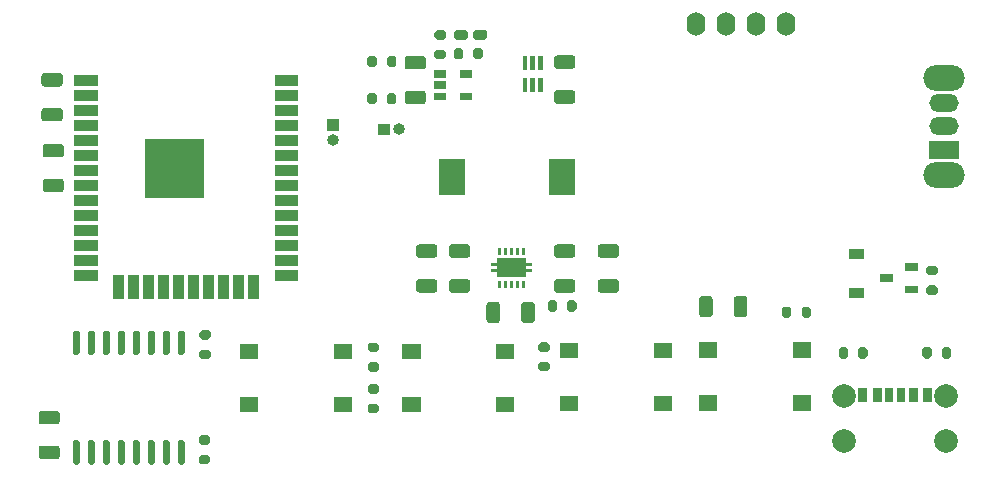
<source format=gbr>
%TF.GenerationSoftware,KiCad,Pcbnew,5.1.8-db9833491~87~ubuntu20.04.1*%
%TF.CreationDate,2020-11-28T22:09:30+05:30*%
%TF.ProjectId,esp_2fa_board_design,6573705f-3266-4615-9f62-6f6172645f64,v01*%
%TF.SameCoordinates,Original*%
%TF.FileFunction,Soldermask,Top*%
%TF.FilePolarity,Negative*%
%FSLAX46Y46*%
G04 Gerber Fmt 4.6, Leading zero omitted, Abs format (unit mm)*
G04 Created by KiCad (PCBNEW 5.1.8-db9833491~87~ubuntu20.04.1) date 2020-11-28 22:09:30*
%MOMM*%
%LPD*%
G01*
G04 APERTURE LIST*
%ADD10C,0.100000*%
%ADD11O,1.600102X2.000102*%
%ADD12O,1.000102X1.000102*%
%ADD13O,3.500102X2.200102*%
%ADD14O,2.500102X1.500102*%
%ADD15C,2.000102*%
G04 APERTURE END LIST*
%TO.C,C11*%
G36*
G01*
X123674970Y-104474949D02*
X124975030Y-104474949D01*
G75*
G02*
X125225051Y-104724970I0J-250021D01*
G01*
X125225051Y-105375030D01*
G75*
G02*
X124975030Y-105625051I-250021J0D01*
G01*
X123674970Y-105625051D01*
G75*
G02*
X123424949Y-105375030I0J250021D01*
G01*
X123424949Y-104724970D01*
G75*
G02*
X123674970Y-104474949I250021J0D01*
G01*
G37*
G36*
G01*
X123674970Y-101524949D02*
X124975030Y-101524949D01*
G75*
G02*
X125225051Y-101774970I0J-250021D01*
G01*
X125225051Y-102425030D01*
G75*
G02*
X124975030Y-102675051I-250021J0D01*
G01*
X123674970Y-102675051D01*
G75*
G02*
X123424949Y-102425030I0J250021D01*
G01*
X123424949Y-101774970D01*
G75*
G02*
X123674970Y-101524949I250021J0D01*
G01*
G37*
%TD*%
%TO.C,U4*%
G36*
G01*
X132380000Y-101799949D02*
X132620000Y-101799949D01*
G75*
G02*
X132620051Y-101800000I0J-51D01*
G01*
X132620051Y-102400000D01*
G75*
G02*
X132620000Y-102400051I-51J0D01*
G01*
X132380000Y-102400051D01*
G75*
G02*
X132379949Y-102400000I0J51D01*
G01*
X132379949Y-101800000D01*
G75*
G02*
X132380000Y-101799949I51J0D01*
G01*
G37*
G36*
G01*
X131880000Y-101799949D02*
X132120000Y-101799949D01*
G75*
G02*
X132120051Y-101800000I0J-51D01*
G01*
X132120051Y-102400000D01*
G75*
G02*
X132120000Y-102400051I-51J0D01*
G01*
X131880000Y-102400051D01*
G75*
G02*
X131879949Y-102400000I0J51D01*
G01*
X131879949Y-101800000D01*
G75*
G02*
X131880000Y-101799949I51J0D01*
G01*
G37*
G36*
G01*
X131380000Y-101799949D02*
X131620000Y-101799949D01*
G75*
G02*
X131620051Y-101800000I0J-51D01*
G01*
X131620051Y-102400000D01*
G75*
G02*
X131620000Y-102400051I-51J0D01*
G01*
X131380000Y-102400051D01*
G75*
G02*
X131379949Y-102400000I0J51D01*
G01*
X131379949Y-101800000D01*
G75*
G02*
X131380000Y-101799949I51J0D01*
G01*
G37*
G36*
G01*
X130880000Y-101799949D02*
X131120000Y-101799949D01*
G75*
G02*
X131120051Y-101800000I0J-51D01*
G01*
X131120051Y-102400000D01*
G75*
G02*
X131120000Y-102400051I-51J0D01*
G01*
X130880000Y-102400051D01*
G75*
G02*
X130879949Y-102400000I0J51D01*
G01*
X130879949Y-101800000D01*
G75*
G02*
X130880000Y-101799949I51J0D01*
G01*
G37*
G36*
G01*
X130380000Y-101799949D02*
X130620000Y-101799949D01*
G75*
G02*
X130620051Y-101800000I0J-51D01*
G01*
X130620051Y-102400000D01*
G75*
G02*
X130620000Y-102400051I-51J0D01*
G01*
X130380000Y-102400051D01*
G75*
G02*
X130379949Y-102400000I0J51D01*
G01*
X130379949Y-101800000D01*
G75*
G02*
X130380000Y-101799949I51J0D01*
G01*
G37*
G36*
G01*
X130380000Y-104599949D02*
X130620000Y-104599949D01*
G75*
G02*
X130620051Y-104600000I0J-51D01*
G01*
X130620051Y-105200000D01*
G75*
G02*
X130620000Y-105200051I-51J0D01*
G01*
X130380000Y-105200051D01*
G75*
G02*
X130379949Y-105200000I0J51D01*
G01*
X130379949Y-104600000D01*
G75*
G02*
X130380000Y-104599949I51J0D01*
G01*
G37*
G36*
G01*
X130880000Y-104599949D02*
X131120000Y-104599949D01*
G75*
G02*
X131120051Y-104600000I0J-51D01*
G01*
X131120051Y-105200000D01*
G75*
G02*
X131120000Y-105200051I-51J0D01*
G01*
X130880000Y-105200051D01*
G75*
G02*
X130879949Y-105200000I0J51D01*
G01*
X130879949Y-104600000D01*
G75*
G02*
X130880000Y-104599949I51J0D01*
G01*
G37*
G36*
G01*
X131380000Y-104599949D02*
X131620000Y-104599949D01*
G75*
G02*
X131620051Y-104600000I0J-51D01*
G01*
X131620051Y-105200000D01*
G75*
G02*
X131620000Y-105200051I-51J0D01*
G01*
X131380000Y-105200051D01*
G75*
G02*
X131379949Y-105200000I0J51D01*
G01*
X131379949Y-104600000D01*
G75*
G02*
X131380000Y-104599949I51J0D01*
G01*
G37*
G36*
G01*
X131880000Y-104599949D02*
X132120000Y-104599949D01*
G75*
G02*
X132120051Y-104600000I0J-51D01*
G01*
X132120051Y-105200000D01*
G75*
G02*
X132120000Y-105200051I-51J0D01*
G01*
X131880000Y-105200051D01*
G75*
G02*
X131879949Y-105200000I0J51D01*
G01*
X131879949Y-104600000D01*
G75*
G02*
X131880000Y-104599949I51J0D01*
G01*
G37*
G36*
G01*
X132380000Y-104599949D02*
X132620000Y-104599949D01*
G75*
G02*
X132620051Y-104600000I0J-51D01*
G01*
X132620051Y-105200000D01*
G75*
G02*
X132620000Y-105200051I-51J0D01*
G01*
X132380000Y-105200051D01*
G75*
G02*
X132379949Y-105200000I0J51D01*
G01*
X132379949Y-104600000D01*
G75*
G02*
X132380000Y-104599949I51J0D01*
G01*
G37*
D10*
G36*
X133200050Y-103375010D02*
G01*
X133200047Y-103375020D01*
X133200042Y-103375028D01*
X133200036Y-103375036D01*
X133200028Y-103375042D01*
X133200020Y-103375047D01*
X133200010Y-103375050D01*
X133200000Y-103375051D01*
X132700051Y-103375051D01*
X132700051Y-103624949D01*
X133200000Y-103624949D01*
X133200010Y-103624950D01*
X133200020Y-103624953D01*
X133200028Y-103624958D01*
X133200036Y-103624964D01*
X133200042Y-103624972D01*
X133200047Y-103624980D01*
X133200050Y-103624990D01*
X133200051Y-103625000D01*
X133200051Y-103875000D01*
X133200050Y-103875010D01*
X133200047Y-103875020D01*
X133200042Y-103875028D01*
X133200036Y-103875036D01*
X133200028Y-103875042D01*
X133200020Y-103875047D01*
X133200010Y-103875050D01*
X133200000Y-103875051D01*
X132700051Y-103875051D01*
X132700051Y-104325000D01*
X132700050Y-104325010D01*
X132700047Y-104325020D01*
X132700042Y-104325028D01*
X132700036Y-104325036D01*
X132700028Y-104325042D01*
X132700020Y-104325047D01*
X132700010Y-104325050D01*
X132700000Y-104325051D01*
X130300000Y-104325051D01*
X130299990Y-104325050D01*
X130299980Y-104325047D01*
X130299972Y-104325042D01*
X130299964Y-104325036D01*
X130299958Y-104325028D01*
X130299953Y-104325020D01*
X130299950Y-104325010D01*
X130299949Y-104325000D01*
X130299949Y-103875051D01*
X129800000Y-103875051D01*
X129799990Y-103875050D01*
X129799980Y-103875047D01*
X129799972Y-103875042D01*
X129799964Y-103875036D01*
X129799958Y-103875028D01*
X129799953Y-103875020D01*
X129799950Y-103875010D01*
X129799949Y-103875000D01*
X129799949Y-103625000D01*
X129799950Y-103624990D01*
X129799953Y-103624980D01*
X129799958Y-103624972D01*
X129799964Y-103624964D01*
X129799972Y-103624958D01*
X129799980Y-103624953D01*
X129799990Y-103624950D01*
X129800000Y-103624949D01*
X130299949Y-103624949D01*
X130299949Y-103375051D01*
X129800000Y-103375051D01*
X129799990Y-103375050D01*
X129799980Y-103375047D01*
X129799972Y-103375042D01*
X129799964Y-103375036D01*
X129799958Y-103375028D01*
X129799953Y-103375020D01*
X129799950Y-103375010D01*
X129799949Y-103375000D01*
X129799949Y-103125000D01*
X129799950Y-103124990D01*
X129799953Y-103124980D01*
X129799958Y-103124972D01*
X129799964Y-103124964D01*
X129799972Y-103124958D01*
X129799980Y-103124953D01*
X129799990Y-103124950D01*
X129800000Y-103124949D01*
X130299949Y-103124949D01*
X130299949Y-102675000D01*
X130299950Y-102674990D01*
X130299953Y-102674980D01*
X130299958Y-102674972D01*
X130299964Y-102674964D01*
X130299972Y-102674958D01*
X130299980Y-102674953D01*
X130299990Y-102674950D01*
X130300000Y-102674949D01*
X132700000Y-102674949D01*
X132700010Y-102674950D01*
X132700020Y-102674953D01*
X132700028Y-102674958D01*
X132700036Y-102674964D01*
X132700042Y-102674972D01*
X132700047Y-102674980D01*
X132700050Y-102674990D01*
X132700051Y-102675000D01*
X132700051Y-103124949D01*
X133200000Y-103124949D01*
X133200010Y-103124950D01*
X133200020Y-103124953D01*
X133200028Y-103124958D01*
X133200036Y-103124964D01*
X133200042Y-103124972D01*
X133200047Y-103124980D01*
X133200050Y-103124990D01*
X133200051Y-103125000D01*
X133200051Y-103375000D01*
X133200050Y-103375010D01*
G37*
%TD*%
D11*
%TO.C,Brd1*%
X154700000Y-82850000D03*
X152160000Y-82850000D03*
X147080000Y-82850000D03*
X149620000Y-82850000D03*
%TD*%
D12*
%TO.C,J1*%
X116400000Y-92720000D03*
G36*
G01*
X115899949Y-91950000D02*
X115899949Y-90950000D01*
G75*
G02*
X115900000Y-90949949I51J0D01*
G01*
X116900000Y-90949949D01*
G75*
G02*
X116900051Y-90950000I0J-51D01*
G01*
X116900051Y-91950000D01*
G75*
G02*
X116900000Y-91950051I-51J0D01*
G01*
X115900000Y-91950051D01*
G75*
G02*
X115899949Y-91950000I0J51D01*
G01*
G37*
%TD*%
%TO.C,J3*%
X121950000Y-91800000D03*
G36*
G01*
X121180000Y-92300051D02*
X120180000Y-92300051D01*
G75*
G02*
X120179949Y-92300000I0J51D01*
G01*
X120179949Y-91300000D01*
G75*
G02*
X120180000Y-91299949I51J0D01*
G01*
X121180000Y-91299949D01*
G75*
G02*
X121180051Y-91300000I0J-51D01*
G01*
X121180051Y-92300000D01*
G75*
G02*
X121180000Y-92300051I-51J0D01*
G01*
G37*
%TD*%
D13*
%TO.C,SW5*%
X168100000Y-87450000D03*
X168100000Y-95650000D03*
D14*
X168100000Y-89550000D03*
X168100000Y-91550000D03*
G36*
G01*
X169350000Y-94300051D02*
X166850000Y-94300051D01*
G75*
G02*
X166849949Y-94300000I0J51D01*
G01*
X166849949Y-92800000D01*
G75*
G02*
X166850000Y-92799949I51J0D01*
G01*
X169350000Y-92799949D01*
G75*
G02*
X169350051Y-92800000I0J-51D01*
G01*
X169350051Y-94300000D01*
G75*
G02*
X169350000Y-94300051I-51J0D01*
G01*
G37*
%TD*%
%TO.C,C10*%
G36*
G01*
X91699970Y-118574949D02*
X93000030Y-118574949D01*
G75*
G02*
X93250051Y-118824970I0J-250021D01*
G01*
X93250051Y-119475030D01*
G75*
G02*
X93000030Y-119725051I-250021J0D01*
G01*
X91699970Y-119725051D01*
G75*
G02*
X91449949Y-119475030I0J250021D01*
G01*
X91449949Y-118824970D01*
G75*
G02*
X91699970Y-118574949I250021J0D01*
G01*
G37*
G36*
G01*
X91699970Y-115624949D02*
X93000030Y-115624949D01*
G75*
G02*
X93250051Y-115874970I0J-250021D01*
G01*
X93250051Y-116525030D01*
G75*
G02*
X93000030Y-116775051I-250021J0D01*
G01*
X91699970Y-116775051D01*
G75*
G02*
X91449949Y-116525030I0J250021D01*
G01*
X91449949Y-115874970D01*
G75*
G02*
X91699970Y-115624949I250021J0D01*
G01*
G37*
%TD*%
%TO.C,C2*%
G36*
G01*
X91949970Y-87024949D02*
X93250030Y-87024949D01*
G75*
G02*
X93500051Y-87274970I0J-250021D01*
G01*
X93500051Y-87925030D01*
G75*
G02*
X93250030Y-88175051I-250021J0D01*
G01*
X91949970Y-88175051D01*
G75*
G02*
X91699949Y-87925030I0J250021D01*
G01*
X91699949Y-87274970D01*
G75*
G02*
X91949970Y-87024949I250021J0D01*
G01*
G37*
G36*
G01*
X91949970Y-89974949D02*
X93250030Y-89974949D01*
G75*
G02*
X93500051Y-90224970I0J-250021D01*
G01*
X93500051Y-90875030D01*
G75*
G02*
X93250030Y-91125051I-250021J0D01*
G01*
X91949970Y-91125051D01*
G75*
G02*
X91699949Y-90875030I0J250021D01*
G01*
X91699949Y-90224970D01*
G75*
G02*
X91949970Y-89974949I250021J0D01*
G01*
G37*
%TD*%
%TO.C,C1*%
G36*
G01*
X93350030Y-97125051D02*
X92049970Y-97125051D01*
G75*
G02*
X91799949Y-96875030I0J250021D01*
G01*
X91799949Y-96224970D01*
G75*
G02*
X92049970Y-95974949I250021J0D01*
G01*
X93350030Y-95974949D01*
G75*
G02*
X93600051Y-96224970I0J-250021D01*
G01*
X93600051Y-96875030D01*
G75*
G02*
X93350030Y-97125051I-250021J0D01*
G01*
G37*
G36*
G01*
X93350030Y-94175051D02*
X92049970Y-94175051D01*
G75*
G02*
X91799949Y-93925030I0J250021D01*
G01*
X91799949Y-93274970D01*
G75*
G02*
X92049970Y-93024949I250021J0D01*
G01*
X93350030Y-93024949D01*
G75*
G02*
X93600051Y-93274970I0J-250021D01*
G01*
X93600051Y-93925030D01*
G75*
G02*
X93350030Y-94175051I-250021J0D01*
G01*
G37*
%TD*%
%TO.C,C3*%
G36*
G01*
X151475051Y-106149970D02*
X151475051Y-107450030D01*
G75*
G02*
X151225030Y-107700051I-250021J0D01*
G01*
X150574970Y-107700051D01*
G75*
G02*
X150324949Y-107450030I0J250021D01*
G01*
X150324949Y-106149970D01*
G75*
G02*
X150574970Y-105899949I250021J0D01*
G01*
X151225030Y-105899949D01*
G75*
G02*
X151475051Y-106149970I0J-250021D01*
G01*
G37*
G36*
G01*
X148525051Y-106149970D02*
X148525051Y-107450030D01*
G75*
G02*
X148275030Y-107700051I-250021J0D01*
G01*
X147624970Y-107700051D01*
G75*
G02*
X147374949Y-107450030I0J250021D01*
G01*
X147374949Y-106149970D01*
G75*
G02*
X147624970Y-105899949I250021J0D01*
G01*
X148275030Y-105899949D01*
G75*
G02*
X148525051Y-106149970I0J-250021D01*
G01*
G37*
%TD*%
%TO.C,C4*%
G36*
G01*
X122699970Y-85574949D02*
X124000030Y-85574949D01*
G75*
G02*
X124250051Y-85824970I0J-250021D01*
G01*
X124250051Y-86475030D01*
G75*
G02*
X124000030Y-86725051I-250021J0D01*
G01*
X122699970Y-86725051D01*
G75*
G02*
X122449949Y-86475030I0J250021D01*
G01*
X122449949Y-85824970D01*
G75*
G02*
X122699970Y-85574949I250021J0D01*
G01*
G37*
G36*
G01*
X122699970Y-88524949D02*
X124000030Y-88524949D01*
G75*
G02*
X124250051Y-88774970I0J-250021D01*
G01*
X124250051Y-89425030D01*
G75*
G02*
X124000030Y-89675051I-250021J0D01*
G01*
X122699970Y-89675051D01*
G75*
G02*
X122449949Y-89425030I0J250021D01*
G01*
X122449949Y-88774970D01*
G75*
G02*
X122699970Y-88524949I250021J0D01*
G01*
G37*
%TD*%
%TO.C,C5*%
G36*
G01*
X135349970Y-88474949D02*
X136650030Y-88474949D01*
G75*
G02*
X136900051Y-88724970I0J-250021D01*
G01*
X136900051Y-89375030D01*
G75*
G02*
X136650030Y-89625051I-250021J0D01*
G01*
X135349970Y-89625051D01*
G75*
G02*
X135099949Y-89375030I0J250021D01*
G01*
X135099949Y-88724970D01*
G75*
G02*
X135349970Y-88474949I250021J0D01*
G01*
G37*
G36*
G01*
X135349970Y-85524949D02*
X136650030Y-85524949D01*
G75*
G02*
X136900051Y-85774970I0J-250021D01*
G01*
X136900051Y-86425030D01*
G75*
G02*
X136650030Y-86675051I-250021J0D01*
G01*
X135349970Y-86675051D01*
G75*
G02*
X135099949Y-86425030I0J250021D01*
G01*
X135099949Y-85774970D01*
G75*
G02*
X135349970Y-85524949I250021J0D01*
G01*
G37*
%TD*%
%TO.C,C6*%
G36*
G01*
X126449970Y-104474949D02*
X127750030Y-104474949D01*
G75*
G02*
X128000051Y-104724970I0J-250021D01*
G01*
X128000051Y-105375030D01*
G75*
G02*
X127750030Y-105625051I-250021J0D01*
G01*
X126449970Y-105625051D01*
G75*
G02*
X126199949Y-105375030I0J250021D01*
G01*
X126199949Y-104724970D01*
G75*
G02*
X126449970Y-104474949I250021J0D01*
G01*
G37*
G36*
G01*
X126449970Y-101524949D02*
X127750030Y-101524949D01*
G75*
G02*
X128000051Y-101774970I0J-250021D01*
G01*
X128000051Y-102425030D01*
G75*
G02*
X127750030Y-102675051I-250021J0D01*
G01*
X126449970Y-102675051D01*
G75*
G02*
X126199949Y-102425030I0J250021D01*
G01*
X126199949Y-101774970D01*
G75*
G02*
X126449970Y-101524949I250021J0D01*
G01*
G37*
%TD*%
%TO.C,C7*%
G36*
G01*
X130525051Y-106649970D02*
X130525051Y-107950030D01*
G75*
G02*
X130275030Y-108200051I-250021J0D01*
G01*
X129624970Y-108200051D01*
G75*
G02*
X129374949Y-107950030I0J250021D01*
G01*
X129374949Y-106649970D01*
G75*
G02*
X129624970Y-106399949I250021J0D01*
G01*
X130275030Y-106399949D01*
G75*
G02*
X130525051Y-106649970I0J-250021D01*
G01*
G37*
G36*
G01*
X133475051Y-106649970D02*
X133475051Y-107950030D01*
G75*
G02*
X133225030Y-108200051I-250021J0D01*
G01*
X132574970Y-108200051D01*
G75*
G02*
X132324949Y-107950030I0J250021D01*
G01*
X132324949Y-106649970D01*
G75*
G02*
X132574970Y-106399949I250021J0D01*
G01*
X133225030Y-106399949D01*
G75*
G02*
X133475051Y-106649970I0J-250021D01*
G01*
G37*
%TD*%
%TO.C,C8*%
G36*
G01*
X135349970Y-101524949D02*
X136650030Y-101524949D01*
G75*
G02*
X136900051Y-101774970I0J-250021D01*
G01*
X136900051Y-102425030D01*
G75*
G02*
X136650030Y-102675051I-250021J0D01*
G01*
X135349970Y-102675051D01*
G75*
G02*
X135099949Y-102425030I0J250021D01*
G01*
X135099949Y-101774970D01*
G75*
G02*
X135349970Y-101524949I250021J0D01*
G01*
G37*
G36*
G01*
X135349970Y-104474949D02*
X136650030Y-104474949D01*
G75*
G02*
X136900051Y-104724970I0J-250021D01*
G01*
X136900051Y-105375030D01*
G75*
G02*
X136650030Y-105625051I-250021J0D01*
G01*
X135349970Y-105625051D01*
G75*
G02*
X135099949Y-105375030I0J250021D01*
G01*
X135099949Y-104724970D01*
G75*
G02*
X135349970Y-104474949I250021J0D01*
G01*
G37*
%TD*%
%TO.C,C9*%
G36*
G01*
X139049970Y-104474949D02*
X140350030Y-104474949D01*
G75*
G02*
X140600051Y-104724970I0J-250021D01*
G01*
X140600051Y-105375030D01*
G75*
G02*
X140350030Y-105625051I-250021J0D01*
G01*
X139049970Y-105625051D01*
G75*
G02*
X138799949Y-105375030I0J250021D01*
G01*
X138799949Y-104724970D01*
G75*
G02*
X139049970Y-104474949I250021J0D01*
G01*
G37*
G36*
G01*
X139049970Y-101524949D02*
X140350030Y-101524949D01*
G75*
G02*
X140600051Y-101774970I0J-250021D01*
G01*
X140600051Y-102425030D01*
G75*
G02*
X140350030Y-102675051I-250021J0D01*
G01*
X139049970Y-102675051D01*
G75*
G02*
X138799949Y-102425030I0J250021D01*
G01*
X138799949Y-101774970D01*
G75*
G02*
X139049970Y-101524949I250021J0D01*
G01*
G37*
%TD*%
%TO.C,D2*%
G36*
G01*
X128237449Y-84012526D02*
X128237449Y-83587474D01*
G75*
G02*
X128449974Y-83374949I212525J0D01*
G01*
X129250026Y-83374949D01*
G75*
G02*
X129462551Y-83587474I0J-212525D01*
G01*
X129462551Y-84012526D01*
G75*
G02*
X129250026Y-84225051I-212525J0D01*
G01*
X128449974Y-84225051D01*
G75*
G02*
X128237449Y-84012526I0J212525D01*
G01*
G37*
G36*
G01*
X126612449Y-84012526D02*
X126612449Y-83587474D01*
G75*
G02*
X126824974Y-83374949I212525J0D01*
G01*
X127625026Y-83374949D01*
G75*
G02*
X127837551Y-83587474I0J-212525D01*
G01*
X127837551Y-84012526D01*
G75*
G02*
X127625026Y-84225051I-212525J0D01*
G01*
X126824974Y-84225051D01*
G75*
G02*
X126612449Y-84012526I0J212525D01*
G01*
G37*
%TD*%
%TO.C,D3*%
G36*
G01*
X160100000Y-101899949D02*
X161300000Y-101899949D01*
G75*
G02*
X161300051Y-101900000I0J-51D01*
G01*
X161300051Y-102800000D01*
G75*
G02*
X161300000Y-102800051I-51J0D01*
G01*
X160100000Y-102800051D01*
G75*
G02*
X160099949Y-102800000I0J51D01*
G01*
X160099949Y-101900000D01*
G75*
G02*
X160100000Y-101899949I51J0D01*
G01*
G37*
G36*
G01*
X160100000Y-105199949D02*
X161300000Y-105199949D01*
G75*
G02*
X161300051Y-105200000I0J-51D01*
G01*
X161300051Y-106100000D01*
G75*
G02*
X161300000Y-106100051I-51J0D01*
G01*
X160100000Y-106100051D01*
G75*
G02*
X160099949Y-106100000I0J51D01*
G01*
X160099949Y-105200000D01*
G75*
G02*
X160100000Y-105199949I51J0D01*
G01*
G37*
%TD*%
%TO.C,IC1*%
G36*
G01*
X133749949Y-88650000D02*
X133749949Y-87450000D01*
G75*
G02*
X133750000Y-87449949I51J0D01*
G01*
X134150000Y-87449949D01*
G75*
G02*
X134150051Y-87450000I0J-51D01*
G01*
X134150051Y-88650000D01*
G75*
G02*
X134150000Y-88650051I-51J0D01*
G01*
X133750000Y-88650051D01*
G75*
G02*
X133749949Y-88650000I0J51D01*
G01*
G37*
G36*
G01*
X133099949Y-88650000D02*
X133099949Y-87450000D01*
G75*
G02*
X133100000Y-87449949I51J0D01*
G01*
X133500000Y-87449949D01*
G75*
G02*
X133500051Y-87450000I0J-51D01*
G01*
X133500051Y-88650000D01*
G75*
G02*
X133500000Y-88650051I-51J0D01*
G01*
X133100000Y-88650051D01*
G75*
G02*
X133099949Y-88650000I0J51D01*
G01*
G37*
G36*
G01*
X132449949Y-88650000D02*
X132449949Y-87450000D01*
G75*
G02*
X132450000Y-87449949I51J0D01*
G01*
X132850000Y-87449949D01*
G75*
G02*
X132850051Y-87450000I0J-51D01*
G01*
X132850051Y-88650000D01*
G75*
G02*
X132850000Y-88650051I-51J0D01*
G01*
X132450000Y-88650051D01*
G75*
G02*
X132449949Y-88650000I0J51D01*
G01*
G37*
G36*
G01*
X132449949Y-86750000D02*
X132449949Y-85550000D01*
G75*
G02*
X132450000Y-85549949I51J0D01*
G01*
X132850000Y-85549949D01*
G75*
G02*
X132850051Y-85550000I0J-51D01*
G01*
X132850051Y-86750000D01*
G75*
G02*
X132850000Y-86750051I-51J0D01*
G01*
X132450000Y-86750051D01*
G75*
G02*
X132449949Y-86750000I0J51D01*
G01*
G37*
G36*
G01*
X133099949Y-86750000D02*
X133099949Y-85550000D01*
G75*
G02*
X133100000Y-85549949I51J0D01*
G01*
X133500000Y-85549949D01*
G75*
G02*
X133500051Y-85550000I0J-51D01*
G01*
X133500051Y-86750000D01*
G75*
G02*
X133500000Y-86750051I-51J0D01*
G01*
X133100000Y-86750051D01*
G75*
G02*
X133099949Y-86750000I0J51D01*
G01*
G37*
G36*
G01*
X133749949Y-86750000D02*
X133749949Y-85550000D01*
G75*
G02*
X133750000Y-85549949I51J0D01*
G01*
X134150000Y-85549949D01*
G75*
G02*
X134150051Y-85550000I0J-51D01*
G01*
X134150051Y-86750000D01*
G75*
G02*
X134150000Y-86750051I-51J0D01*
G01*
X133750000Y-86750051D01*
G75*
G02*
X133749949Y-86750000I0J51D01*
G01*
G37*
%TD*%
%TO.C,J2*%
G36*
G01*
X163129949Y-114850000D02*
X163129949Y-113650000D01*
G75*
G02*
X163130000Y-113649949I51J0D01*
G01*
X163830000Y-113649949D01*
G75*
G02*
X163830051Y-113650000I0J-51D01*
G01*
X163830051Y-114850000D01*
G75*
G02*
X163830000Y-114850051I-51J0D01*
G01*
X163130000Y-114850051D01*
G75*
G02*
X163129949Y-114850000I0J51D01*
G01*
G37*
G36*
G01*
X165119949Y-114850000D02*
X165119949Y-113650000D01*
G75*
G02*
X165120000Y-113649949I51J0D01*
G01*
X165880000Y-113649949D01*
G75*
G02*
X165880051Y-113650000I0J-51D01*
G01*
X165880051Y-114850000D01*
G75*
G02*
X165880000Y-114850051I-51J0D01*
G01*
X165120000Y-114850051D01*
G75*
G02*
X165119949Y-114850000I0J51D01*
G01*
G37*
G36*
G01*
X166329949Y-114850000D02*
X166329949Y-113650000D01*
G75*
G02*
X166330000Y-113649949I51J0D01*
G01*
X167130000Y-113649949D01*
G75*
G02*
X167130051Y-113650000I0J-51D01*
G01*
X167130051Y-114850000D01*
G75*
G02*
X167130000Y-114850051I-51J0D01*
G01*
X166330000Y-114850051D01*
G75*
G02*
X166329949Y-114850000I0J51D01*
G01*
G37*
G36*
G01*
X164129949Y-114850000D02*
X164129949Y-113650000D01*
G75*
G02*
X164130000Y-113649949I51J0D01*
G01*
X164830000Y-113649949D01*
G75*
G02*
X164830051Y-113650000I0J-51D01*
G01*
X164830051Y-114850000D01*
G75*
G02*
X164830000Y-114850051I-51J0D01*
G01*
X164130000Y-114850051D01*
G75*
G02*
X164129949Y-114850000I0J51D01*
G01*
G37*
G36*
G01*
X162079949Y-114850000D02*
X162079949Y-113650000D01*
G75*
G02*
X162080000Y-113649949I51J0D01*
G01*
X162840000Y-113649949D01*
G75*
G02*
X162840051Y-113650000I0J-51D01*
G01*
X162840051Y-114850000D01*
G75*
G02*
X162840000Y-114850051I-51J0D01*
G01*
X162080000Y-114850051D01*
G75*
G02*
X162079949Y-114850000I0J51D01*
G01*
G37*
G36*
G01*
X160829949Y-114850000D02*
X160829949Y-113650000D01*
G75*
G02*
X160830000Y-113649949I51J0D01*
G01*
X161630000Y-113649949D01*
G75*
G02*
X161630051Y-113650000I0J-51D01*
G01*
X161630051Y-114850000D01*
G75*
G02*
X161630000Y-114850051I-51J0D01*
G01*
X160830000Y-114850051D01*
G75*
G02*
X160829949Y-114850000I0J51D01*
G01*
G37*
D15*
X159660000Y-118200000D03*
X168300000Y-118200000D03*
X168300000Y-114400000D03*
X159660000Y-114400000D03*
%TD*%
%TO.C,L1*%
G36*
G01*
X125399949Y-97375000D02*
X125399949Y-94325000D01*
G75*
G02*
X125400000Y-94324949I51J0D01*
G01*
X127600000Y-94324949D01*
G75*
G02*
X127600051Y-94325000I0J-51D01*
G01*
X127600051Y-97375000D01*
G75*
G02*
X127600000Y-97375051I-51J0D01*
G01*
X125400000Y-97375051D01*
G75*
G02*
X125399949Y-97375000I0J51D01*
G01*
G37*
G36*
G01*
X134699949Y-97375000D02*
X134699949Y-94325000D01*
G75*
G02*
X134700000Y-94324949I51J0D01*
G01*
X136900000Y-94324949D01*
G75*
G02*
X136900051Y-94325000I0J-51D01*
G01*
X136900051Y-97375000D01*
G75*
G02*
X136900000Y-97375051I-51J0D01*
G01*
X134700000Y-97375051D01*
G75*
G02*
X134699949Y-97375000I0J51D01*
G01*
G37*
%TD*%
%TO.C,Q1*%
G36*
G01*
X164800000Y-105034949D02*
X165900000Y-105034949D01*
G75*
G02*
X165900051Y-105035000I0J-51D01*
G01*
X165900051Y-105685000D01*
G75*
G02*
X165900000Y-105685051I-51J0D01*
G01*
X164800000Y-105685051D01*
G75*
G02*
X164799949Y-105685000I0J51D01*
G01*
X164799949Y-105035000D01*
G75*
G02*
X164800000Y-105034949I51J0D01*
G01*
G37*
G36*
G01*
X164800000Y-103114949D02*
X165900000Y-103114949D01*
G75*
G02*
X165900051Y-103115000I0J-51D01*
G01*
X165900051Y-103765000D01*
G75*
G02*
X165900000Y-103765051I-51J0D01*
G01*
X164800000Y-103765051D01*
G75*
G02*
X164799949Y-103765000I0J51D01*
G01*
X164799949Y-103115000D01*
G75*
G02*
X164800000Y-103114949I51J0D01*
G01*
G37*
G36*
G01*
X162700000Y-104074949D02*
X163800000Y-104074949D01*
G75*
G02*
X163800051Y-104075000I0J-51D01*
G01*
X163800051Y-104725000D01*
G75*
G02*
X163800000Y-104725051I-51J0D01*
G01*
X162700000Y-104725051D01*
G75*
G02*
X162699949Y-104725000I0J51D01*
G01*
X162699949Y-104075000D01*
G75*
G02*
X162700000Y-104074949I51J0D01*
G01*
G37*
%TD*%
%TO.C,R1*%
G36*
G01*
X135350051Y-106474974D02*
X135350051Y-107025026D01*
G75*
G02*
X135150026Y-107225051I-200025J0D01*
G01*
X134749974Y-107225051D01*
G75*
G02*
X134549949Y-107025026I0J200025D01*
G01*
X134549949Y-106474974D01*
G75*
G02*
X134749974Y-106274949I200025J0D01*
G01*
X135150026Y-106274949D01*
G75*
G02*
X135350051Y-106474974I0J-200025D01*
G01*
G37*
G36*
G01*
X137000051Y-106474974D02*
X137000051Y-107025026D01*
G75*
G02*
X136800026Y-107225051I-200025J0D01*
G01*
X136399974Y-107225051D01*
G75*
G02*
X136199949Y-107025026I0J200025D01*
G01*
X136199949Y-106474974D01*
G75*
G02*
X136399974Y-106274949I200025J0D01*
G01*
X136800026Y-106274949D01*
G75*
G02*
X137000051Y-106474974I0J-200025D01*
G01*
G37*
%TD*%
%TO.C,R2*%
G36*
G01*
X105274974Y-110449949D02*
X105825026Y-110449949D01*
G75*
G02*
X106025051Y-110649974I0J-200025D01*
G01*
X106025051Y-111050026D01*
G75*
G02*
X105825026Y-111250051I-200025J0D01*
G01*
X105274974Y-111250051D01*
G75*
G02*
X105074949Y-111050026I0J200025D01*
G01*
X105074949Y-110649974D01*
G75*
G02*
X105274974Y-110449949I200025J0D01*
G01*
G37*
G36*
G01*
X105274974Y-108799949D02*
X105825026Y-108799949D01*
G75*
G02*
X106025051Y-108999974I0J-200025D01*
G01*
X106025051Y-109400026D01*
G75*
G02*
X105825026Y-109600051I-200025J0D01*
G01*
X105274974Y-109600051D01*
G75*
G02*
X105074949Y-109400026I0J200025D01*
G01*
X105074949Y-108999974D01*
G75*
G02*
X105274974Y-108799949I200025J0D01*
G01*
G37*
%TD*%
%TO.C,R3*%
G36*
G01*
X105224974Y-117699949D02*
X105775026Y-117699949D01*
G75*
G02*
X105975051Y-117899974I0J-200025D01*
G01*
X105975051Y-118300026D01*
G75*
G02*
X105775026Y-118500051I-200025J0D01*
G01*
X105224974Y-118500051D01*
G75*
G02*
X105024949Y-118300026I0J200025D01*
G01*
X105024949Y-117899974D01*
G75*
G02*
X105224974Y-117699949I200025J0D01*
G01*
G37*
G36*
G01*
X105224974Y-119349949D02*
X105775026Y-119349949D01*
G75*
G02*
X105975051Y-119549974I0J-200025D01*
G01*
X105975051Y-119950026D01*
G75*
G02*
X105775026Y-120150051I-200025J0D01*
G01*
X105224974Y-120150051D01*
G75*
G02*
X105024949Y-119950026I0J200025D01*
G01*
X105024949Y-119549974D01*
G75*
G02*
X105224974Y-119349949I200025J0D01*
G01*
G37*
%TD*%
%TO.C,R4*%
G36*
G01*
X120075026Y-112300051D02*
X119524974Y-112300051D01*
G75*
G02*
X119324949Y-112100026I0J200025D01*
G01*
X119324949Y-111699974D01*
G75*
G02*
X119524974Y-111499949I200025J0D01*
G01*
X120075026Y-111499949D01*
G75*
G02*
X120275051Y-111699974I0J-200025D01*
G01*
X120275051Y-112100026D01*
G75*
G02*
X120075026Y-112300051I-200025J0D01*
G01*
G37*
G36*
G01*
X120075026Y-110650051D02*
X119524974Y-110650051D01*
G75*
G02*
X119324949Y-110450026I0J200025D01*
G01*
X119324949Y-110049974D01*
G75*
G02*
X119524974Y-109849949I200025J0D01*
G01*
X120075026Y-109849949D01*
G75*
G02*
X120275051Y-110049974I0J-200025D01*
G01*
X120275051Y-110450026D01*
G75*
G02*
X120075026Y-110650051I-200025J0D01*
G01*
G37*
%TD*%
%TO.C,R5*%
G36*
G01*
X155200051Y-106999974D02*
X155200051Y-107550026D01*
G75*
G02*
X155000026Y-107750051I-200025J0D01*
G01*
X154599974Y-107750051D01*
G75*
G02*
X154399949Y-107550026I0J200025D01*
G01*
X154399949Y-106999974D01*
G75*
G02*
X154599974Y-106799949I200025J0D01*
G01*
X155000026Y-106799949D01*
G75*
G02*
X155200051Y-106999974I0J-200025D01*
G01*
G37*
G36*
G01*
X156850051Y-106999974D02*
X156850051Y-107550026D01*
G75*
G02*
X156650026Y-107750051I-200025J0D01*
G01*
X156249974Y-107750051D01*
G75*
G02*
X156049949Y-107550026I0J200025D01*
G01*
X156049949Y-106999974D01*
G75*
G02*
X156249974Y-106799949I200025J0D01*
G01*
X156650026Y-106799949D01*
G75*
G02*
X156850051Y-106999974I0J-200025D01*
G01*
G37*
%TD*%
%TO.C,R6*%
G36*
G01*
X134525026Y-112275051D02*
X133974974Y-112275051D01*
G75*
G02*
X133774949Y-112075026I0J200025D01*
G01*
X133774949Y-111674974D01*
G75*
G02*
X133974974Y-111474949I200025J0D01*
G01*
X134525026Y-111474949D01*
G75*
G02*
X134725051Y-111674974I0J-200025D01*
G01*
X134725051Y-112075026D01*
G75*
G02*
X134525026Y-112275051I-200025J0D01*
G01*
G37*
G36*
G01*
X134525026Y-110625051D02*
X133974974Y-110625051D01*
G75*
G02*
X133774949Y-110425026I0J200025D01*
G01*
X133774949Y-110024974D01*
G75*
G02*
X133974974Y-109824949I200025J0D01*
G01*
X134525026Y-109824949D01*
G75*
G02*
X134725051Y-110024974I0J-200025D01*
G01*
X134725051Y-110425026D01*
G75*
G02*
X134525026Y-110625051I-200025J0D01*
G01*
G37*
%TD*%
%TO.C,R7*%
G36*
G01*
X128249949Y-85675026D02*
X128249949Y-85124974D01*
G75*
G02*
X128449974Y-84924949I200025J0D01*
G01*
X128850026Y-84924949D01*
G75*
G02*
X129050051Y-85124974I0J-200025D01*
G01*
X129050051Y-85675026D01*
G75*
G02*
X128850026Y-85875051I-200025J0D01*
G01*
X128449974Y-85875051D01*
G75*
G02*
X128249949Y-85675026I0J200025D01*
G01*
G37*
G36*
G01*
X126599949Y-85675026D02*
X126599949Y-85124974D01*
G75*
G02*
X126799974Y-84924949I200025J0D01*
G01*
X127200026Y-84924949D01*
G75*
G02*
X127400051Y-85124974I0J-200025D01*
G01*
X127400051Y-85675026D01*
G75*
G02*
X127200026Y-85875051I-200025J0D01*
G01*
X126799974Y-85875051D01*
G75*
G02*
X126599949Y-85675026I0J200025D01*
G01*
G37*
%TD*%
%TO.C,R8*%
G36*
G01*
X125725026Y-85850051D02*
X125174974Y-85850051D01*
G75*
G02*
X124974949Y-85650026I0J200025D01*
G01*
X124974949Y-85249974D01*
G75*
G02*
X125174974Y-85049949I200025J0D01*
G01*
X125725026Y-85049949D01*
G75*
G02*
X125925051Y-85249974I0J-200025D01*
G01*
X125925051Y-85650026D01*
G75*
G02*
X125725026Y-85850051I-200025J0D01*
G01*
G37*
G36*
G01*
X125725026Y-84200051D02*
X125174974Y-84200051D01*
G75*
G02*
X124974949Y-84000026I0J200025D01*
G01*
X124974949Y-83599974D01*
G75*
G02*
X125174974Y-83399949I200025J0D01*
G01*
X125725026Y-83399949D01*
G75*
G02*
X125925051Y-83599974I0J-200025D01*
G01*
X125925051Y-84000026D01*
G75*
G02*
X125725026Y-84200051I-200025J0D01*
G01*
G37*
%TD*%
%TO.C,R9*%
G36*
G01*
X120100051Y-88924974D02*
X120100051Y-89475026D01*
G75*
G02*
X119900026Y-89675051I-200025J0D01*
G01*
X119499974Y-89675051D01*
G75*
G02*
X119299949Y-89475026I0J200025D01*
G01*
X119299949Y-88924974D01*
G75*
G02*
X119499974Y-88724949I200025J0D01*
G01*
X119900026Y-88724949D01*
G75*
G02*
X120100051Y-88924974I0J-200025D01*
G01*
G37*
G36*
G01*
X121750051Y-88924974D02*
X121750051Y-89475026D01*
G75*
G02*
X121550026Y-89675051I-200025J0D01*
G01*
X121149974Y-89675051D01*
G75*
G02*
X120949949Y-89475026I0J200025D01*
G01*
X120949949Y-88924974D01*
G75*
G02*
X121149974Y-88724949I200025J0D01*
G01*
X121550026Y-88724949D01*
G75*
G02*
X121750051Y-88924974I0J-200025D01*
G01*
G37*
%TD*%
%TO.C,R10*%
G36*
G01*
X119299949Y-86325026D02*
X119299949Y-85774974D01*
G75*
G02*
X119499974Y-85574949I200025J0D01*
G01*
X119900026Y-85574949D01*
G75*
G02*
X120100051Y-85774974I0J-200025D01*
G01*
X120100051Y-86325026D01*
G75*
G02*
X119900026Y-86525051I-200025J0D01*
G01*
X119499974Y-86525051D01*
G75*
G02*
X119299949Y-86325026I0J200025D01*
G01*
G37*
G36*
G01*
X120949949Y-86325026D02*
X120949949Y-85774974D01*
G75*
G02*
X121149974Y-85574949I200025J0D01*
G01*
X121550026Y-85574949D01*
G75*
G02*
X121750051Y-85774974I0J-200025D01*
G01*
X121750051Y-86325026D01*
G75*
G02*
X121550026Y-86525051I-200025J0D01*
G01*
X121149974Y-86525051D01*
G75*
G02*
X120949949Y-86325026I0J200025D01*
G01*
G37*
%TD*%
%TO.C,R11*%
G36*
G01*
X168725051Y-110449974D02*
X168725051Y-111000026D01*
G75*
G02*
X168525026Y-111200051I-200025J0D01*
G01*
X168124974Y-111200051D01*
G75*
G02*
X167924949Y-111000026I0J200025D01*
G01*
X167924949Y-110449974D01*
G75*
G02*
X168124974Y-110249949I200025J0D01*
G01*
X168525026Y-110249949D01*
G75*
G02*
X168725051Y-110449974I0J-200025D01*
G01*
G37*
G36*
G01*
X167075051Y-110449974D02*
X167075051Y-111000026D01*
G75*
G02*
X166875026Y-111200051I-200025J0D01*
G01*
X166474974Y-111200051D01*
G75*
G02*
X166274949Y-111000026I0J200025D01*
G01*
X166274949Y-110449974D01*
G75*
G02*
X166474974Y-110249949I200025J0D01*
G01*
X166875026Y-110249949D01*
G75*
G02*
X167075051Y-110449974I0J-200025D01*
G01*
G37*
%TD*%
%TO.C,R12*%
G36*
G01*
X160849949Y-111000026D02*
X160849949Y-110449974D01*
G75*
G02*
X161049974Y-110249949I200025J0D01*
G01*
X161450026Y-110249949D01*
G75*
G02*
X161650051Y-110449974I0J-200025D01*
G01*
X161650051Y-111000026D01*
G75*
G02*
X161450026Y-111200051I-200025J0D01*
G01*
X161049974Y-111200051D01*
G75*
G02*
X160849949Y-111000026I0J200025D01*
G01*
G37*
G36*
G01*
X159199949Y-111000026D02*
X159199949Y-110449974D01*
G75*
G02*
X159399974Y-110249949I200025J0D01*
G01*
X159800026Y-110249949D01*
G75*
G02*
X160000051Y-110449974I0J-200025D01*
G01*
X160000051Y-111000026D01*
G75*
G02*
X159800026Y-111200051I-200025J0D01*
G01*
X159399974Y-111200051D01*
G75*
G02*
X159199949Y-111000026I0J200025D01*
G01*
G37*
%TD*%
%TO.C,R13*%
G36*
G01*
X167375026Y-105800051D02*
X166824974Y-105800051D01*
G75*
G02*
X166624949Y-105600026I0J200025D01*
G01*
X166624949Y-105199974D01*
G75*
G02*
X166824974Y-104999949I200025J0D01*
G01*
X167375026Y-104999949D01*
G75*
G02*
X167575051Y-105199974I0J-200025D01*
G01*
X167575051Y-105600026D01*
G75*
G02*
X167375026Y-105800051I-200025J0D01*
G01*
G37*
G36*
G01*
X167375026Y-104150051D02*
X166824974Y-104150051D01*
G75*
G02*
X166624949Y-103950026I0J200025D01*
G01*
X166624949Y-103549974D01*
G75*
G02*
X166824974Y-103349949I200025J0D01*
G01*
X167375026Y-103349949D01*
G75*
G02*
X167575051Y-103549974I0J-200025D01*
G01*
X167575051Y-103950026D01*
G75*
G02*
X167375026Y-104150051I-200025J0D01*
G01*
G37*
%TD*%
%TO.C,R14*%
G36*
G01*
X119524974Y-115024949D02*
X120075026Y-115024949D01*
G75*
G02*
X120275051Y-115224974I0J-200025D01*
G01*
X120275051Y-115625026D01*
G75*
G02*
X120075026Y-115825051I-200025J0D01*
G01*
X119524974Y-115825051D01*
G75*
G02*
X119324949Y-115625026I0J200025D01*
G01*
X119324949Y-115224974D01*
G75*
G02*
X119524974Y-115024949I200025J0D01*
G01*
G37*
G36*
G01*
X119524974Y-113374949D02*
X120075026Y-113374949D01*
G75*
G02*
X120275051Y-113574974I0J-200025D01*
G01*
X120275051Y-113975026D01*
G75*
G02*
X120075026Y-114175051I-200025J0D01*
G01*
X119524974Y-114175051D01*
G75*
G02*
X119324949Y-113975026I0J200025D01*
G01*
X119324949Y-113574974D01*
G75*
G02*
X119524974Y-113374949I200025J0D01*
G01*
G37*
%TD*%
%TO.C,UP*%
G36*
G01*
X110075051Y-109950000D02*
X110075051Y-111250000D01*
G75*
G02*
X110075000Y-111250051I-51J0D01*
G01*
X108525000Y-111250051D01*
G75*
G02*
X108524949Y-111250000I0J51D01*
G01*
X108524949Y-109950000D01*
G75*
G02*
X108525000Y-109949949I51J0D01*
G01*
X110075000Y-109949949D01*
G75*
G02*
X110075051Y-109950000I0J-51D01*
G01*
G37*
G36*
G01*
X110075051Y-114450000D02*
X110075051Y-115750000D01*
G75*
G02*
X110075000Y-115750051I-51J0D01*
G01*
X108525000Y-115750051D01*
G75*
G02*
X108524949Y-115750000I0J51D01*
G01*
X108524949Y-114450000D01*
G75*
G02*
X108525000Y-114449949I51J0D01*
G01*
X110075000Y-114449949D01*
G75*
G02*
X110075051Y-114450000I0J-51D01*
G01*
G37*
G36*
G01*
X118025051Y-114450000D02*
X118025051Y-115750000D01*
G75*
G02*
X118025000Y-115750051I-51J0D01*
G01*
X116475000Y-115750051D01*
G75*
G02*
X116474949Y-115750000I0J51D01*
G01*
X116474949Y-114450000D01*
G75*
G02*
X116475000Y-114449949I51J0D01*
G01*
X118025000Y-114449949D01*
G75*
G02*
X118025051Y-114450000I0J-51D01*
G01*
G37*
G36*
G01*
X118025051Y-109950000D02*
X118025051Y-111250000D01*
G75*
G02*
X118025000Y-111250051I-51J0D01*
G01*
X116475000Y-111250051D01*
G75*
G02*
X116474949Y-111250000I0J51D01*
G01*
X116474949Y-109950000D01*
G75*
G02*
X116475000Y-109949949I51J0D01*
G01*
X118025000Y-109949949D01*
G75*
G02*
X118025051Y-109950000I0J-51D01*
G01*
G37*
%TD*%
%TO.C,DOWN*%
G36*
G01*
X122249949Y-115725000D02*
X122249949Y-114425000D01*
G75*
G02*
X122250000Y-114424949I51J0D01*
G01*
X123800000Y-114424949D01*
G75*
G02*
X123800051Y-114425000I0J-51D01*
G01*
X123800051Y-115725000D01*
G75*
G02*
X123800000Y-115725051I-51J0D01*
G01*
X122250000Y-115725051D01*
G75*
G02*
X122249949Y-115725000I0J51D01*
G01*
G37*
G36*
G01*
X122249949Y-111225000D02*
X122249949Y-109925000D01*
G75*
G02*
X122250000Y-109924949I51J0D01*
G01*
X123800000Y-109924949D01*
G75*
G02*
X123800051Y-109925000I0J-51D01*
G01*
X123800051Y-111225000D01*
G75*
G02*
X123800000Y-111225051I-51J0D01*
G01*
X122250000Y-111225051D01*
G75*
G02*
X122249949Y-111225000I0J51D01*
G01*
G37*
G36*
G01*
X130199949Y-111225000D02*
X130199949Y-109925000D01*
G75*
G02*
X130200000Y-109924949I51J0D01*
G01*
X131750000Y-109924949D01*
G75*
G02*
X131750051Y-109925000I0J-51D01*
G01*
X131750051Y-111225000D01*
G75*
G02*
X131750000Y-111225051I-51J0D01*
G01*
X130200000Y-111225051D01*
G75*
G02*
X130199949Y-111225000I0J51D01*
G01*
G37*
G36*
G01*
X130199949Y-115725000D02*
X130199949Y-114425000D01*
G75*
G02*
X130200000Y-114424949I51J0D01*
G01*
X131750000Y-114424949D01*
G75*
G02*
X131750051Y-114425000I0J-51D01*
G01*
X131750051Y-115725000D01*
G75*
G02*
X131750000Y-115725051I-51J0D01*
G01*
X130200000Y-115725051D01*
G75*
G02*
X130199949Y-115725000I0J51D01*
G01*
G37*
%TD*%
%TO.C,SELECT*%
G36*
G01*
X137150051Y-109875000D02*
X137150051Y-111175000D01*
G75*
G02*
X137150000Y-111175051I-51J0D01*
G01*
X135600000Y-111175051D01*
G75*
G02*
X135599949Y-111175000I0J51D01*
G01*
X135599949Y-109875000D01*
G75*
G02*
X135600000Y-109874949I51J0D01*
G01*
X137150000Y-109874949D01*
G75*
G02*
X137150051Y-109875000I0J-51D01*
G01*
G37*
G36*
G01*
X137150051Y-114375000D02*
X137150051Y-115675000D01*
G75*
G02*
X137150000Y-115675051I-51J0D01*
G01*
X135600000Y-115675051D01*
G75*
G02*
X135599949Y-115675000I0J51D01*
G01*
X135599949Y-114375000D01*
G75*
G02*
X135600000Y-114374949I51J0D01*
G01*
X137150000Y-114374949D01*
G75*
G02*
X137150051Y-114375000I0J-51D01*
G01*
G37*
G36*
G01*
X145100051Y-114375000D02*
X145100051Y-115675000D01*
G75*
G02*
X145100000Y-115675051I-51J0D01*
G01*
X143550000Y-115675051D01*
G75*
G02*
X143549949Y-115675000I0J51D01*
G01*
X143549949Y-114375000D01*
G75*
G02*
X143550000Y-114374949I51J0D01*
G01*
X145100000Y-114374949D01*
G75*
G02*
X145100051Y-114375000I0J-51D01*
G01*
G37*
G36*
G01*
X145100051Y-109875000D02*
X145100051Y-111175000D01*
G75*
G02*
X145100000Y-111175051I-51J0D01*
G01*
X143550000Y-111175051D01*
G75*
G02*
X143549949Y-111175000I0J51D01*
G01*
X143549949Y-109875000D01*
G75*
G02*
X143550000Y-109874949I51J0D01*
G01*
X145100000Y-109874949D01*
G75*
G02*
X145100051Y-109875000I0J-51D01*
G01*
G37*
%TD*%
%TO.C,RESET*%
G36*
G01*
X156850051Y-109825000D02*
X156850051Y-111125000D01*
G75*
G02*
X156850000Y-111125051I-51J0D01*
G01*
X155300000Y-111125051D01*
G75*
G02*
X155299949Y-111125000I0J51D01*
G01*
X155299949Y-109825000D01*
G75*
G02*
X155300000Y-109824949I51J0D01*
G01*
X156850000Y-109824949D01*
G75*
G02*
X156850051Y-109825000I0J-51D01*
G01*
G37*
G36*
G01*
X156850051Y-114325000D02*
X156850051Y-115625000D01*
G75*
G02*
X156850000Y-115625051I-51J0D01*
G01*
X155300000Y-115625051D01*
G75*
G02*
X155299949Y-115625000I0J51D01*
G01*
X155299949Y-114325000D01*
G75*
G02*
X155300000Y-114324949I51J0D01*
G01*
X156850000Y-114324949D01*
G75*
G02*
X156850051Y-114325000I0J-51D01*
G01*
G37*
G36*
G01*
X148900051Y-114325000D02*
X148900051Y-115625000D01*
G75*
G02*
X148900000Y-115625051I-51J0D01*
G01*
X147350000Y-115625051D01*
G75*
G02*
X147349949Y-115625000I0J51D01*
G01*
X147349949Y-114325000D01*
G75*
G02*
X147350000Y-114324949I51J0D01*
G01*
X148900000Y-114324949D01*
G75*
G02*
X148900051Y-114325000I0J-51D01*
G01*
G37*
G36*
G01*
X148900051Y-109825000D02*
X148900051Y-111125000D01*
G75*
G02*
X148900000Y-111125051I-51J0D01*
G01*
X147350000Y-111125051D01*
G75*
G02*
X147349949Y-111125000I0J51D01*
G01*
X147349949Y-109825000D01*
G75*
G02*
X147350000Y-109824949I51J0D01*
G01*
X148900000Y-109824949D01*
G75*
G02*
X148900051Y-109825000I0J-51D01*
G01*
G37*
%TD*%
%TO.C,U1*%
G36*
G01*
X111449949Y-88095000D02*
X111449949Y-87195000D01*
G75*
G02*
X111450000Y-87194949I51J0D01*
G01*
X113450000Y-87194949D01*
G75*
G02*
X113450051Y-87195000I0J-51D01*
G01*
X113450051Y-88095000D01*
G75*
G02*
X113450000Y-88095051I-51J0D01*
G01*
X111450000Y-88095051D01*
G75*
G02*
X111449949Y-88095000I0J51D01*
G01*
G37*
G36*
G01*
X111449949Y-89365000D02*
X111449949Y-88465000D01*
G75*
G02*
X111450000Y-88464949I51J0D01*
G01*
X113450000Y-88464949D01*
G75*
G02*
X113450051Y-88465000I0J-51D01*
G01*
X113450051Y-89365000D01*
G75*
G02*
X113450000Y-89365051I-51J0D01*
G01*
X111450000Y-89365051D01*
G75*
G02*
X111449949Y-89365000I0J51D01*
G01*
G37*
G36*
G01*
X111449949Y-90635000D02*
X111449949Y-89735000D01*
G75*
G02*
X111450000Y-89734949I51J0D01*
G01*
X113450000Y-89734949D01*
G75*
G02*
X113450051Y-89735000I0J-51D01*
G01*
X113450051Y-90635000D01*
G75*
G02*
X113450000Y-90635051I-51J0D01*
G01*
X111450000Y-90635051D01*
G75*
G02*
X111449949Y-90635000I0J51D01*
G01*
G37*
G36*
G01*
X111449949Y-91905000D02*
X111449949Y-91005000D01*
G75*
G02*
X111450000Y-91004949I51J0D01*
G01*
X113450000Y-91004949D01*
G75*
G02*
X113450051Y-91005000I0J-51D01*
G01*
X113450051Y-91905000D01*
G75*
G02*
X113450000Y-91905051I-51J0D01*
G01*
X111450000Y-91905051D01*
G75*
G02*
X111449949Y-91905000I0J51D01*
G01*
G37*
G36*
G01*
X111449949Y-93175000D02*
X111449949Y-92275000D01*
G75*
G02*
X111450000Y-92274949I51J0D01*
G01*
X113450000Y-92274949D01*
G75*
G02*
X113450051Y-92275000I0J-51D01*
G01*
X113450051Y-93175000D01*
G75*
G02*
X113450000Y-93175051I-51J0D01*
G01*
X111450000Y-93175051D01*
G75*
G02*
X111449949Y-93175000I0J51D01*
G01*
G37*
G36*
G01*
X111449949Y-94445000D02*
X111449949Y-93545000D01*
G75*
G02*
X111450000Y-93544949I51J0D01*
G01*
X113450000Y-93544949D01*
G75*
G02*
X113450051Y-93545000I0J-51D01*
G01*
X113450051Y-94445000D01*
G75*
G02*
X113450000Y-94445051I-51J0D01*
G01*
X111450000Y-94445051D01*
G75*
G02*
X111449949Y-94445000I0J51D01*
G01*
G37*
G36*
G01*
X111449949Y-95715000D02*
X111449949Y-94815000D01*
G75*
G02*
X111450000Y-94814949I51J0D01*
G01*
X113450000Y-94814949D01*
G75*
G02*
X113450051Y-94815000I0J-51D01*
G01*
X113450051Y-95715000D01*
G75*
G02*
X113450000Y-95715051I-51J0D01*
G01*
X111450000Y-95715051D01*
G75*
G02*
X111449949Y-95715000I0J51D01*
G01*
G37*
G36*
G01*
X111449949Y-96985000D02*
X111449949Y-96085000D01*
G75*
G02*
X111450000Y-96084949I51J0D01*
G01*
X113450000Y-96084949D01*
G75*
G02*
X113450051Y-96085000I0J-51D01*
G01*
X113450051Y-96985000D01*
G75*
G02*
X113450000Y-96985051I-51J0D01*
G01*
X111450000Y-96985051D01*
G75*
G02*
X111449949Y-96985000I0J51D01*
G01*
G37*
G36*
G01*
X111449949Y-98255000D02*
X111449949Y-97355000D01*
G75*
G02*
X111450000Y-97354949I51J0D01*
G01*
X113450000Y-97354949D01*
G75*
G02*
X113450051Y-97355000I0J-51D01*
G01*
X113450051Y-98255000D01*
G75*
G02*
X113450000Y-98255051I-51J0D01*
G01*
X111450000Y-98255051D01*
G75*
G02*
X111449949Y-98255000I0J51D01*
G01*
G37*
G36*
G01*
X111449949Y-99525000D02*
X111449949Y-98625000D01*
G75*
G02*
X111450000Y-98624949I51J0D01*
G01*
X113450000Y-98624949D01*
G75*
G02*
X113450051Y-98625000I0J-51D01*
G01*
X113450051Y-99525000D01*
G75*
G02*
X113450000Y-99525051I-51J0D01*
G01*
X111450000Y-99525051D01*
G75*
G02*
X111449949Y-99525000I0J51D01*
G01*
G37*
G36*
G01*
X111449949Y-100795000D02*
X111449949Y-99895000D01*
G75*
G02*
X111450000Y-99894949I51J0D01*
G01*
X113450000Y-99894949D01*
G75*
G02*
X113450051Y-99895000I0J-51D01*
G01*
X113450051Y-100795000D01*
G75*
G02*
X113450000Y-100795051I-51J0D01*
G01*
X111450000Y-100795051D01*
G75*
G02*
X111449949Y-100795000I0J51D01*
G01*
G37*
G36*
G01*
X111449949Y-102065000D02*
X111449949Y-101165000D01*
G75*
G02*
X111450000Y-101164949I51J0D01*
G01*
X113450000Y-101164949D01*
G75*
G02*
X113450051Y-101165000I0J-51D01*
G01*
X113450051Y-102065000D01*
G75*
G02*
X113450000Y-102065051I-51J0D01*
G01*
X111450000Y-102065051D01*
G75*
G02*
X111449949Y-102065000I0J51D01*
G01*
G37*
G36*
G01*
X111449949Y-103335000D02*
X111449949Y-102435000D01*
G75*
G02*
X111450000Y-102434949I51J0D01*
G01*
X113450000Y-102434949D01*
G75*
G02*
X113450051Y-102435000I0J-51D01*
G01*
X113450051Y-103335000D01*
G75*
G02*
X113450000Y-103335051I-51J0D01*
G01*
X111450000Y-103335051D01*
G75*
G02*
X111449949Y-103335000I0J51D01*
G01*
G37*
G36*
G01*
X111449949Y-104605000D02*
X111449949Y-103705000D01*
G75*
G02*
X111450000Y-103704949I51J0D01*
G01*
X113450000Y-103704949D01*
G75*
G02*
X113450051Y-103705000I0J-51D01*
G01*
X113450051Y-104605000D01*
G75*
G02*
X113450000Y-104605051I-51J0D01*
G01*
X111450000Y-104605051D01*
G75*
G02*
X111449949Y-104605000I0J51D01*
G01*
G37*
G36*
G01*
X110115000Y-106155051D02*
X109215000Y-106155051D01*
G75*
G02*
X109214949Y-106155000I0J51D01*
G01*
X109214949Y-104155000D01*
G75*
G02*
X109215000Y-104154949I51J0D01*
G01*
X110115000Y-104154949D01*
G75*
G02*
X110115051Y-104155000I0J-51D01*
G01*
X110115051Y-106155000D01*
G75*
G02*
X110115000Y-106155051I-51J0D01*
G01*
G37*
G36*
G01*
X108845000Y-106155051D02*
X107945000Y-106155051D01*
G75*
G02*
X107944949Y-106155000I0J51D01*
G01*
X107944949Y-104155000D01*
G75*
G02*
X107945000Y-104154949I51J0D01*
G01*
X108845000Y-104154949D01*
G75*
G02*
X108845051Y-104155000I0J-51D01*
G01*
X108845051Y-106155000D01*
G75*
G02*
X108845000Y-106155051I-51J0D01*
G01*
G37*
G36*
G01*
X107575000Y-106155051D02*
X106675000Y-106155051D01*
G75*
G02*
X106674949Y-106155000I0J51D01*
G01*
X106674949Y-104155000D01*
G75*
G02*
X106675000Y-104154949I51J0D01*
G01*
X107575000Y-104154949D01*
G75*
G02*
X107575051Y-104155000I0J-51D01*
G01*
X107575051Y-106155000D01*
G75*
G02*
X107575000Y-106155051I-51J0D01*
G01*
G37*
G36*
G01*
X106305000Y-106155051D02*
X105405000Y-106155051D01*
G75*
G02*
X105404949Y-106155000I0J51D01*
G01*
X105404949Y-104155000D01*
G75*
G02*
X105405000Y-104154949I51J0D01*
G01*
X106305000Y-104154949D01*
G75*
G02*
X106305051Y-104155000I0J-51D01*
G01*
X106305051Y-106155000D01*
G75*
G02*
X106305000Y-106155051I-51J0D01*
G01*
G37*
G36*
G01*
X105035000Y-106155051D02*
X104135000Y-106155051D01*
G75*
G02*
X104134949Y-106155000I0J51D01*
G01*
X104134949Y-104155000D01*
G75*
G02*
X104135000Y-104154949I51J0D01*
G01*
X105035000Y-104154949D01*
G75*
G02*
X105035051Y-104155000I0J-51D01*
G01*
X105035051Y-106155000D01*
G75*
G02*
X105035000Y-106155051I-51J0D01*
G01*
G37*
G36*
G01*
X103765000Y-106155051D02*
X102865000Y-106155051D01*
G75*
G02*
X102864949Y-106155000I0J51D01*
G01*
X102864949Y-104155000D01*
G75*
G02*
X102865000Y-104154949I51J0D01*
G01*
X103765000Y-104154949D01*
G75*
G02*
X103765051Y-104155000I0J-51D01*
G01*
X103765051Y-106155000D01*
G75*
G02*
X103765000Y-106155051I-51J0D01*
G01*
G37*
G36*
G01*
X102495000Y-106155051D02*
X101595000Y-106155051D01*
G75*
G02*
X101594949Y-106155000I0J51D01*
G01*
X101594949Y-104155000D01*
G75*
G02*
X101595000Y-104154949I51J0D01*
G01*
X102495000Y-104154949D01*
G75*
G02*
X102495051Y-104155000I0J-51D01*
G01*
X102495051Y-106155000D01*
G75*
G02*
X102495000Y-106155051I-51J0D01*
G01*
G37*
G36*
G01*
X101225000Y-106155051D02*
X100325000Y-106155051D01*
G75*
G02*
X100324949Y-106155000I0J51D01*
G01*
X100324949Y-104155000D01*
G75*
G02*
X100325000Y-104154949I51J0D01*
G01*
X101225000Y-104154949D01*
G75*
G02*
X101225051Y-104155000I0J-51D01*
G01*
X101225051Y-106155000D01*
G75*
G02*
X101225000Y-106155051I-51J0D01*
G01*
G37*
G36*
G01*
X99955000Y-106155051D02*
X99055000Y-106155051D01*
G75*
G02*
X99054949Y-106155000I0J51D01*
G01*
X99054949Y-104155000D01*
G75*
G02*
X99055000Y-104154949I51J0D01*
G01*
X99955000Y-104154949D01*
G75*
G02*
X99955051Y-104155000I0J-51D01*
G01*
X99955051Y-106155000D01*
G75*
G02*
X99955000Y-106155051I-51J0D01*
G01*
G37*
G36*
G01*
X98685000Y-106155051D02*
X97785000Y-106155051D01*
G75*
G02*
X97784949Y-106155000I0J51D01*
G01*
X97784949Y-104155000D01*
G75*
G02*
X97785000Y-104154949I51J0D01*
G01*
X98685000Y-104154949D01*
G75*
G02*
X98685051Y-104155000I0J-51D01*
G01*
X98685051Y-106155000D01*
G75*
G02*
X98685000Y-106155051I-51J0D01*
G01*
G37*
G36*
G01*
X94449949Y-104605000D02*
X94449949Y-103705000D01*
G75*
G02*
X94450000Y-103704949I51J0D01*
G01*
X96450000Y-103704949D01*
G75*
G02*
X96450051Y-103705000I0J-51D01*
G01*
X96450051Y-104605000D01*
G75*
G02*
X96450000Y-104605051I-51J0D01*
G01*
X94450000Y-104605051D01*
G75*
G02*
X94449949Y-104605000I0J51D01*
G01*
G37*
G36*
G01*
X94449949Y-103335000D02*
X94449949Y-102435000D01*
G75*
G02*
X94450000Y-102434949I51J0D01*
G01*
X96450000Y-102434949D01*
G75*
G02*
X96450051Y-102435000I0J-51D01*
G01*
X96450051Y-103335000D01*
G75*
G02*
X96450000Y-103335051I-51J0D01*
G01*
X94450000Y-103335051D01*
G75*
G02*
X94449949Y-103335000I0J51D01*
G01*
G37*
G36*
G01*
X94449949Y-102065000D02*
X94449949Y-101165000D01*
G75*
G02*
X94450000Y-101164949I51J0D01*
G01*
X96450000Y-101164949D01*
G75*
G02*
X96450051Y-101165000I0J-51D01*
G01*
X96450051Y-102065000D01*
G75*
G02*
X96450000Y-102065051I-51J0D01*
G01*
X94450000Y-102065051D01*
G75*
G02*
X94449949Y-102065000I0J51D01*
G01*
G37*
G36*
G01*
X94449949Y-100795000D02*
X94449949Y-99895000D01*
G75*
G02*
X94450000Y-99894949I51J0D01*
G01*
X96450000Y-99894949D01*
G75*
G02*
X96450051Y-99895000I0J-51D01*
G01*
X96450051Y-100795000D01*
G75*
G02*
X96450000Y-100795051I-51J0D01*
G01*
X94450000Y-100795051D01*
G75*
G02*
X94449949Y-100795000I0J51D01*
G01*
G37*
G36*
G01*
X94449949Y-99525000D02*
X94449949Y-98625000D01*
G75*
G02*
X94450000Y-98624949I51J0D01*
G01*
X96450000Y-98624949D01*
G75*
G02*
X96450051Y-98625000I0J-51D01*
G01*
X96450051Y-99525000D01*
G75*
G02*
X96450000Y-99525051I-51J0D01*
G01*
X94450000Y-99525051D01*
G75*
G02*
X94449949Y-99525000I0J51D01*
G01*
G37*
G36*
G01*
X94449949Y-98255000D02*
X94449949Y-97355000D01*
G75*
G02*
X94450000Y-97354949I51J0D01*
G01*
X96450000Y-97354949D01*
G75*
G02*
X96450051Y-97355000I0J-51D01*
G01*
X96450051Y-98255000D01*
G75*
G02*
X96450000Y-98255051I-51J0D01*
G01*
X94450000Y-98255051D01*
G75*
G02*
X94449949Y-98255000I0J51D01*
G01*
G37*
G36*
G01*
X94449949Y-96985000D02*
X94449949Y-96085000D01*
G75*
G02*
X94450000Y-96084949I51J0D01*
G01*
X96450000Y-96084949D01*
G75*
G02*
X96450051Y-96085000I0J-51D01*
G01*
X96450051Y-96985000D01*
G75*
G02*
X96450000Y-96985051I-51J0D01*
G01*
X94450000Y-96985051D01*
G75*
G02*
X94449949Y-96985000I0J51D01*
G01*
G37*
G36*
G01*
X94449949Y-95715000D02*
X94449949Y-94815000D01*
G75*
G02*
X94450000Y-94814949I51J0D01*
G01*
X96450000Y-94814949D01*
G75*
G02*
X96450051Y-94815000I0J-51D01*
G01*
X96450051Y-95715000D01*
G75*
G02*
X96450000Y-95715051I-51J0D01*
G01*
X94450000Y-95715051D01*
G75*
G02*
X94449949Y-95715000I0J51D01*
G01*
G37*
G36*
G01*
X94449949Y-94445000D02*
X94449949Y-93545000D01*
G75*
G02*
X94450000Y-93544949I51J0D01*
G01*
X96450000Y-93544949D01*
G75*
G02*
X96450051Y-93545000I0J-51D01*
G01*
X96450051Y-94445000D01*
G75*
G02*
X96450000Y-94445051I-51J0D01*
G01*
X94450000Y-94445051D01*
G75*
G02*
X94449949Y-94445000I0J51D01*
G01*
G37*
G36*
G01*
X94449949Y-93175000D02*
X94449949Y-92275000D01*
G75*
G02*
X94450000Y-92274949I51J0D01*
G01*
X96450000Y-92274949D01*
G75*
G02*
X96450051Y-92275000I0J-51D01*
G01*
X96450051Y-93175000D01*
G75*
G02*
X96450000Y-93175051I-51J0D01*
G01*
X94450000Y-93175051D01*
G75*
G02*
X94449949Y-93175000I0J51D01*
G01*
G37*
G36*
G01*
X94449949Y-91905000D02*
X94449949Y-91005000D01*
G75*
G02*
X94450000Y-91004949I51J0D01*
G01*
X96450000Y-91004949D01*
G75*
G02*
X96450051Y-91005000I0J-51D01*
G01*
X96450051Y-91905000D01*
G75*
G02*
X96450000Y-91905051I-51J0D01*
G01*
X94450000Y-91905051D01*
G75*
G02*
X94449949Y-91905000I0J51D01*
G01*
G37*
G36*
G01*
X94449949Y-90635000D02*
X94449949Y-89735000D01*
G75*
G02*
X94450000Y-89734949I51J0D01*
G01*
X96450000Y-89734949D01*
G75*
G02*
X96450051Y-89735000I0J-51D01*
G01*
X96450051Y-90635000D01*
G75*
G02*
X96450000Y-90635051I-51J0D01*
G01*
X94450000Y-90635051D01*
G75*
G02*
X94449949Y-90635000I0J51D01*
G01*
G37*
G36*
G01*
X94449949Y-89365000D02*
X94449949Y-88465000D01*
G75*
G02*
X94450000Y-88464949I51J0D01*
G01*
X96450000Y-88464949D01*
G75*
G02*
X96450051Y-88465000I0J-51D01*
G01*
X96450051Y-89365000D01*
G75*
G02*
X96450000Y-89365051I-51J0D01*
G01*
X94450000Y-89365051D01*
G75*
G02*
X94449949Y-89365000I0J51D01*
G01*
G37*
G36*
G01*
X94449949Y-88095000D02*
X94449949Y-87195000D01*
G75*
G02*
X94450000Y-87194949I51J0D01*
G01*
X96450000Y-87194949D01*
G75*
G02*
X96450051Y-87195000I0J-51D01*
G01*
X96450051Y-88095000D01*
G75*
G02*
X96450000Y-88095051I-51J0D01*
G01*
X94450000Y-88095051D01*
G75*
G02*
X94449949Y-88095000I0J51D01*
G01*
G37*
G36*
G01*
X100449949Y-97645000D02*
X100449949Y-92645000D01*
G75*
G02*
X100450000Y-92644949I51J0D01*
G01*
X105450000Y-92644949D01*
G75*
G02*
X105450051Y-92645000I0J-51D01*
G01*
X105450051Y-97645000D01*
G75*
G02*
X105450000Y-97645051I-51J0D01*
G01*
X100450000Y-97645051D01*
G75*
G02*
X100449949Y-97645000I0J51D01*
G01*
G37*
%TD*%
%TO.C,U2*%
G36*
G01*
X103394974Y-108824949D02*
X103695026Y-108824949D01*
G75*
G02*
X103845051Y-108974974I0J-150025D01*
G01*
X103845051Y-110725026D01*
G75*
G02*
X103695026Y-110875051I-150025J0D01*
G01*
X103394974Y-110875051D01*
G75*
G02*
X103244949Y-110725026I0J150025D01*
G01*
X103244949Y-108974974D01*
G75*
G02*
X103394974Y-108824949I150025J0D01*
G01*
G37*
G36*
G01*
X102124974Y-108824949D02*
X102425026Y-108824949D01*
G75*
G02*
X102575051Y-108974974I0J-150025D01*
G01*
X102575051Y-110725026D01*
G75*
G02*
X102425026Y-110875051I-150025J0D01*
G01*
X102124974Y-110875051D01*
G75*
G02*
X101974949Y-110725026I0J150025D01*
G01*
X101974949Y-108974974D01*
G75*
G02*
X102124974Y-108824949I150025J0D01*
G01*
G37*
G36*
G01*
X100854974Y-108824949D02*
X101155026Y-108824949D01*
G75*
G02*
X101305051Y-108974974I0J-150025D01*
G01*
X101305051Y-110725026D01*
G75*
G02*
X101155026Y-110875051I-150025J0D01*
G01*
X100854974Y-110875051D01*
G75*
G02*
X100704949Y-110725026I0J150025D01*
G01*
X100704949Y-108974974D01*
G75*
G02*
X100854974Y-108824949I150025J0D01*
G01*
G37*
G36*
G01*
X99584974Y-108824949D02*
X99885026Y-108824949D01*
G75*
G02*
X100035051Y-108974974I0J-150025D01*
G01*
X100035051Y-110725026D01*
G75*
G02*
X99885026Y-110875051I-150025J0D01*
G01*
X99584974Y-110875051D01*
G75*
G02*
X99434949Y-110725026I0J150025D01*
G01*
X99434949Y-108974974D01*
G75*
G02*
X99584974Y-108824949I150025J0D01*
G01*
G37*
G36*
G01*
X98314974Y-108824949D02*
X98615026Y-108824949D01*
G75*
G02*
X98765051Y-108974974I0J-150025D01*
G01*
X98765051Y-110725026D01*
G75*
G02*
X98615026Y-110875051I-150025J0D01*
G01*
X98314974Y-110875051D01*
G75*
G02*
X98164949Y-110725026I0J150025D01*
G01*
X98164949Y-108974974D01*
G75*
G02*
X98314974Y-108824949I150025J0D01*
G01*
G37*
G36*
G01*
X97044974Y-108824949D02*
X97345026Y-108824949D01*
G75*
G02*
X97495051Y-108974974I0J-150025D01*
G01*
X97495051Y-110725026D01*
G75*
G02*
X97345026Y-110875051I-150025J0D01*
G01*
X97044974Y-110875051D01*
G75*
G02*
X96894949Y-110725026I0J150025D01*
G01*
X96894949Y-108974974D01*
G75*
G02*
X97044974Y-108824949I150025J0D01*
G01*
G37*
G36*
G01*
X95774974Y-108824949D02*
X96075026Y-108824949D01*
G75*
G02*
X96225051Y-108974974I0J-150025D01*
G01*
X96225051Y-110725026D01*
G75*
G02*
X96075026Y-110875051I-150025J0D01*
G01*
X95774974Y-110875051D01*
G75*
G02*
X95624949Y-110725026I0J150025D01*
G01*
X95624949Y-108974974D01*
G75*
G02*
X95774974Y-108824949I150025J0D01*
G01*
G37*
G36*
G01*
X94504974Y-108824949D02*
X94805026Y-108824949D01*
G75*
G02*
X94955051Y-108974974I0J-150025D01*
G01*
X94955051Y-110725026D01*
G75*
G02*
X94805026Y-110875051I-150025J0D01*
G01*
X94504974Y-110875051D01*
G75*
G02*
X94354949Y-110725026I0J150025D01*
G01*
X94354949Y-108974974D01*
G75*
G02*
X94504974Y-108824949I150025J0D01*
G01*
G37*
G36*
G01*
X94504974Y-118124949D02*
X94805026Y-118124949D01*
G75*
G02*
X94955051Y-118274974I0J-150025D01*
G01*
X94955051Y-120025026D01*
G75*
G02*
X94805026Y-120175051I-150025J0D01*
G01*
X94504974Y-120175051D01*
G75*
G02*
X94354949Y-120025026I0J150025D01*
G01*
X94354949Y-118274974D01*
G75*
G02*
X94504974Y-118124949I150025J0D01*
G01*
G37*
G36*
G01*
X95774974Y-118124949D02*
X96075026Y-118124949D01*
G75*
G02*
X96225051Y-118274974I0J-150025D01*
G01*
X96225051Y-120025026D01*
G75*
G02*
X96075026Y-120175051I-150025J0D01*
G01*
X95774974Y-120175051D01*
G75*
G02*
X95624949Y-120025026I0J150025D01*
G01*
X95624949Y-118274974D01*
G75*
G02*
X95774974Y-118124949I150025J0D01*
G01*
G37*
G36*
G01*
X97044974Y-118124949D02*
X97345026Y-118124949D01*
G75*
G02*
X97495051Y-118274974I0J-150025D01*
G01*
X97495051Y-120025026D01*
G75*
G02*
X97345026Y-120175051I-150025J0D01*
G01*
X97044974Y-120175051D01*
G75*
G02*
X96894949Y-120025026I0J150025D01*
G01*
X96894949Y-118274974D01*
G75*
G02*
X97044974Y-118124949I150025J0D01*
G01*
G37*
G36*
G01*
X98314974Y-118124949D02*
X98615026Y-118124949D01*
G75*
G02*
X98765051Y-118274974I0J-150025D01*
G01*
X98765051Y-120025026D01*
G75*
G02*
X98615026Y-120175051I-150025J0D01*
G01*
X98314974Y-120175051D01*
G75*
G02*
X98164949Y-120025026I0J150025D01*
G01*
X98164949Y-118274974D01*
G75*
G02*
X98314974Y-118124949I150025J0D01*
G01*
G37*
G36*
G01*
X99584974Y-118124949D02*
X99885026Y-118124949D01*
G75*
G02*
X100035051Y-118274974I0J-150025D01*
G01*
X100035051Y-120025026D01*
G75*
G02*
X99885026Y-120175051I-150025J0D01*
G01*
X99584974Y-120175051D01*
G75*
G02*
X99434949Y-120025026I0J150025D01*
G01*
X99434949Y-118274974D01*
G75*
G02*
X99584974Y-118124949I150025J0D01*
G01*
G37*
G36*
G01*
X100854974Y-118124949D02*
X101155026Y-118124949D01*
G75*
G02*
X101305051Y-118274974I0J-150025D01*
G01*
X101305051Y-120025026D01*
G75*
G02*
X101155026Y-120175051I-150025J0D01*
G01*
X100854974Y-120175051D01*
G75*
G02*
X100704949Y-120025026I0J150025D01*
G01*
X100704949Y-118274974D01*
G75*
G02*
X100854974Y-118124949I150025J0D01*
G01*
G37*
G36*
G01*
X102124974Y-118124949D02*
X102425026Y-118124949D01*
G75*
G02*
X102575051Y-118274974I0J-150025D01*
G01*
X102575051Y-120025026D01*
G75*
G02*
X102425026Y-120175051I-150025J0D01*
G01*
X102124974Y-120175051D01*
G75*
G02*
X101974949Y-120025026I0J150025D01*
G01*
X101974949Y-118274974D01*
G75*
G02*
X102124974Y-118124949I150025J0D01*
G01*
G37*
G36*
G01*
X103394974Y-118124949D02*
X103695026Y-118124949D01*
G75*
G02*
X103845051Y-118274974I0J-150025D01*
G01*
X103845051Y-120025026D01*
G75*
G02*
X103695026Y-120175051I-150025J0D01*
G01*
X103394974Y-120175051D01*
G75*
G02*
X103244949Y-120025026I0J150025D01*
G01*
X103244949Y-118274974D01*
G75*
G02*
X103394974Y-118124949I150025J0D01*
G01*
G37*
%TD*%
%TO.C,U3*%
G36*
G01*
X124919949Y-87425000D02*
X124919949Y-86775000D01*
G75*
G02*
X124920000Y-86774949I51J0D01*
G01*
X125980000Y-86774949D01*
G75*
G02*
X125980051Y-86775000I0J-51D01*
G01*
X125980051Y-87425000D01*
G75*
G02*
X125980000Y-87425051I-51J0D01*
G01*
X124920000Y-87425051D01*
G75*
G02*
X124919949Y-87425000I0J51D01*
G01*
G37*
G36*
G01*
X124919949Y-88375000D02*
X124919949Y-87725000D01*
G75*
G02*
X124920000Y-87724949I51J0D01*
G01*
X125980000Y-87724949D01*
G75*
G02*
X125980051Y-87725000I0J-51D01*
G01*
X125980051Y-88375000D01*
G75*
G02*
X125980000Y-88375051I-51J0D01*
G01*
X124920000Y-88375051D01*
G75*
G02*
X124919949Y-88375000I0J51D01*
G01*
G37*
G36*
G01*
X124919949Y-89325000D02*
X124919949Y-88675000D01*
G75*
G02*
X124920000Y-88674949I51J0D01*
G01*
X125980000Y-88674949D01*
G75*
G02*
X125980051Y-88675000I0J-51D01*
G01*
X125980051Y-89325000D01*
G75*
G02*
X125980000Y-89325051I-51J0D01*
G01*
X124920000Y-89325051D01*
G75*
G02*
X124919949Y-89325000I0J51D01*
G01*
G37*
G36*
G01*
X127119949Y-89325000D02*
X127119949Y-88675000D01*
G75*
G02*
X127120000Y-88674949I51J0D01*
G01*
X128180000Y-88674949D01*
G75*
G02*
X128180051Y-88675000I0J-51D01*
G01*
X128180051Y-89325000D01*
G75*
G02*
X128180000Y-89325051I-51J0D01*
G01*
X127120000Y-89325051D01*
G75*
G02*
X127119949Y-89325000I0J51D01*
G01*
G37*
G36*
G01*
X127119949Y-87425000D02*
X127119949Y-86775000D01*
G75*
G02*
X127120000Y-86774949I51J0D01*
G01*
X128180000Y-86774949D01*
G75*
G02*
X128180051Y-86775000I0J-51D01*
G01*
X128180051Y-87425000D01*
G75*
G02*
X128180000Y-87425051I-51J0D01*
G01*
X127120000Y-87425051D01*
G75*
G02*
X127119949Y-87425000I0J51D01*
G01*
G37*
%TD*%
M02*

</source>
